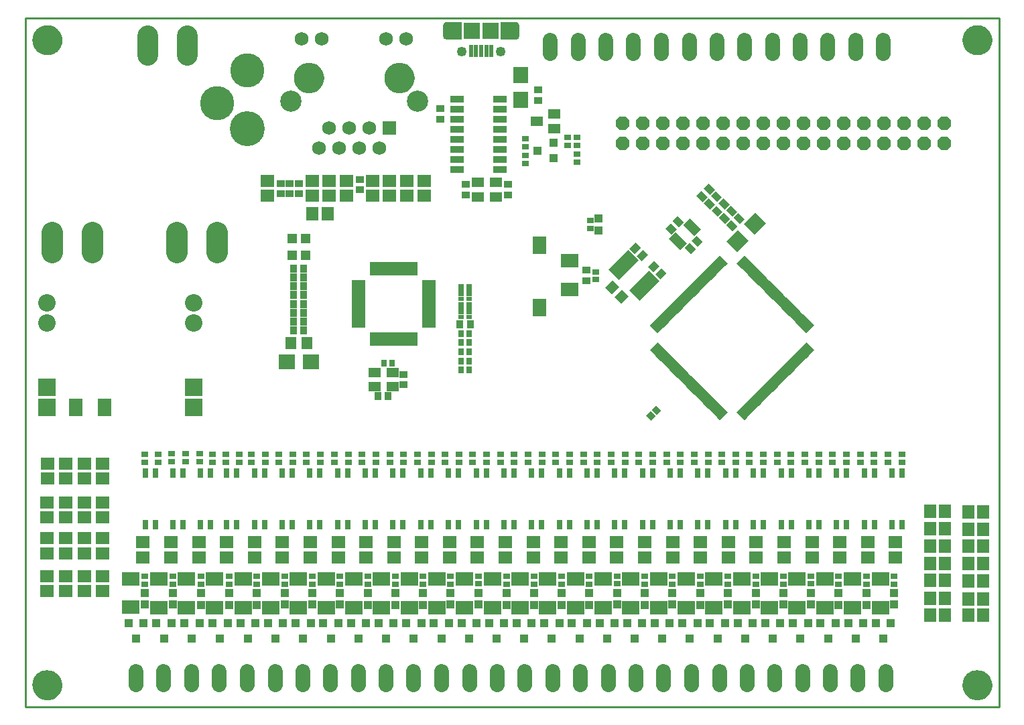
<source format=gbr>
G04 EAGLE Gerber RS-274X export*
G75*
%MOMM*%
%FSLAX34Y34*%
%LPD*%
%INSoldermask Top*%
%IPPOS*%
%AMOC8*
5,1,8,0,0,1.08239X$1,22.5*%
G01*
%ADD10C,3.703200*%
%ADD11R,2.003200X1.903200*%
%ADD12R,0.903200X1.103200*%
%ADD13R,1.103200X0.903200*%
%ADD14R,1.727200X1.727200*%
%ADD15C,1.727200*%
%ADD16C,2.679700*%
%ADD17C,3.759200*%
%ADD18R,1.403200X1.503200*%
%ADD19R,1.003200X1.003200*%
%ADD20R,1.503200X1.303200*%
%ADD21R,1.203200X1.303200*%
%ADD22R,1.703200X1.503200*%
%ADD23R,1.503200X1.703200*%
%ADD24R,0.903200X0.803200*%
%ADD25R,0.803200X0.903200*%
%ADD26R,0.703200X0.603200*%
%ADD27R,0.703200X0.503200*%
%ADD28C,2.203200*%
%ADD29R,2.203200X2.203200*%
%ADD30R,0.503200X1.703200*%
%ADD31R,1.703200X0.503200*%
%ADD32R,1.403200X0.503200*%
%ADD33R,1.903200X3.503200*%
%ADD34R,1.203200X2.003200*%
%ADD35R,1.803200X2.203200*%
%ADD36C,1.903200*%
%ADD37C,4.419200*%
%ADD38C,4.318000*%
%ADD39R,0.703200X1.203200*%
%ADD40R,1.003200X1.103200*%
%ADD41R,2.303200X1.703200*%
%ADD42R,1.703200X2.303200*%
%ADD43C,2.583200*%
%ADD44C,2.743200*%
%ADD45R,1.727200X0.838200*%
%ADD46R,2.003200X2.103200*%
%ADD47R,0.603200X1.553200*%
%ADD48C,1.253200*%
%ADD49R,1.103200X1.003200*%
%ADD50R,1.603200X1.203200*%
%ADD51R,1.903200X2.003200*%
%ADD52P,1.869504X8X202.500000*%
%ADD53C,0.254000*%

G36*
X550598Y843132D02*
X550598Y843132D01*
X550617Y843130D01*
X550719Y843152D01*
X550821Y843169D01*
X550838Y843178D01*
X550858Y843182D01*
X550947Y843235D01*
X551038Y843284D01*
X551052Y843298D01*
X551069Y843308D01*
X551136Y843387D01*
X551208Y843462D01*
X551216Y843480D01*
X551229Y843495D01*
X551268Y843591D01*
X551311Y843685D01*
X551313Y843705D01*
X551321Y843723D01*
X551339Y843890D01*
X551339Y864410D01*
X551336Y864430D01*
X551338Y864449D01*
X551316Y864551D01*
X551300Y864653D01*
X551290Y864670D01*
X551286Y864690D01*
X551233Y864779D01*
X551184Y864870D01*
X551170Y864884D01*
X551160Y864901D01*
X551081Y864968D01*
X551006Y865040D01*
X550988Y865048D01*
X550973Y865061D01*
X550877Y865100D01*
X550783Y865143D01*
X550763Y865145D01*
X550745Y865153D01*
X550578Y865171D01*
X532568Y865171D01*
X532539Y865167D01*
X532483Y865166D01*
X531535Y865060D01*
X531533Y865059D01*
X531532Y865059D01*
X531369Y865022D01*
X530468Y864707D01*
X530467Y864706D01*
X530466Y864706D01*
X530315Y864633D01*
X529507Y864125D01*
X529506Y864124D01*
X529505Y864124D01*
X529374Y864019D01*
X528699Y863344D01*
X528698Y863343D01*
X528697Y863342D01*
X528593Y863211D01*
X528085Y862403D01*
X528085Y862402D01*
X528084Y862401D01*
X528011Y862250D01*
X527696Y861349D01*
X527696Y861348D01*
X527695Y861347D01*
X527658Y861183D01*
X527552Y860235D01*
X527553Y860206D01*
X527547Y860150D01*
X527547Y848150D01*
X527551Y848121D01*
X527552Y848065D01*
X527658Y847117D01*
X527659Y847115D01*
X527659Y847114D01*
X527696Y846951D01*
X528011Y846050D01*
X528012Y846049D01*
X528012Y846048D01*
X528085Y845897D01*
X528593Y845089D01*
X528594Y845088D01*
X528594Y845087D01*
X528699Y844956D01*
X529374Y844281D01*
X529375Y844280D01*
X529376Y844279D01*
X529507Y844175D01*
X530315Y843667D01*
X530316Y843667D01*
X530317Y843666D01*
X530468Y843593D01*
X531369Y843278D01*
X531370Y843278D01*
X531371Y843277D01*
X531535Y843240D01*
X532483Y843134D01*
X532512Y843135D01*
X532568Y843129D01*
X550578Y843129D01*
X550598Y843132D01*
G37*
G36*
X619097Y843133D02*
X619097Y843133D01*
X619153Y843134D01*
X620101Y843240D01*
X620103Y843241D01*
X620104Y843241D01*
X620267Y843278D01*
X621168Y843593D01*
X621169Y843594D01*
X621170Y843594D01*
X621321Y843667D01*
X622129Y844175D01*
X622130Y844176D01*
X622131Y844176D01*
X622262Y844281D01*
X622937Y844956D01*
X622938Y844957D01*
X622939Y844958D01*
X623043Y845089D01*
X623551Y845897D01*
X623551Y845898D01*
X623552Y845899D01*
X623625Y846050D01*
X623940Y846951D01*
X623940Y846952D01*
X623941Y846953D01*
X623978Y847117D01*
X624084Y848065D01*
X624083Y848094D01*
X624089Y848150D01*
X624089Y860150D01*
X624085Y860179D01*
X624084Y860235D01*
X623978Y861183D01*
X623977Y861185D01*
X623977Y861186D01*
X623940Y861349D01*
X623625Y862250D01*
X623624Y862251D01*
X623624Y862252D01*
X623551Y862403D01*
X623043Y863211D01*
X623042Y863212D01*
X623042Y863213D01*
X622937Y863344D01*
X622262Y864019D01*
X622261Y864020D01*
X622260Y864021D01*
X622129Y864125D01*
X621321Y864633D01*
X621320Y864633D01*
X621319Y864634D01*
X621168Y864707D01*
X620267Y865022D01*
X620266Y865022D01*
X620265Y865023D01*
X620101Y865060D01*
X619153Y865166D01*
X619124Y865165D01*
X619068Y865171D01*
X601058Y865171D01*
X601038Y865168D01*
X601019Y865170D01*
X600917Y865148D01*
X600815Y865132D01*
X600798Y865122D01*
X600778Y865118D01*
X600689Y865065D01*
X600598Y865016D01*
X600584Y865002D01*
X600567Y864992D01*
X600500Y864913D01*
X600429Y864838D01*
X600420Y864820D01*
X600407Y864805D01*
X600368Y864709D01*
X600325Y864615D01*
X600323Y864595D01*
X600315Y864577D01*
X600297Y864410D01*
X600297Y843890D01*
X600300Y843870D01*
X600298Y843851D01*
X600320Y843749D01*
X600337Y843647D01*
X600346Y843630D01*
X600350Y843610D01*
X600403Y843521D01*
X600452Y843430D01*
X600466Y843416D01*
X600476Y843399D01*
X600555Y843332D01*
X600630Y843261D01*
X600648Y843252D01*
X600663Y843239D01*
X600759Y843200D01*
X600853Y843157D01*
X600873Y843155D01*
X600891Y843147D01*
X601058Y843129D01*
X619068Y843129D01*
X619097Y843133D01*
G37*
D10*
X1202368Y842518D03*
X27500Y842518D03*
X27432Y27432D03*
X1202368Y27432D03*
D11*
G36*
X885819Y588381D02*
X899983Y602545D01*
X913441Y589087D01*
X899277Y574923D01*
X885819Y588381D01*
G37*
G36*
X907739Y610301D02*
X921903Y624465D01*
X935361Y611007D01*
X921197Y596843D01*
X907739Y610301D01*
G37*
D12*
X351687Y553860D03*
X338687Y553860D03*
D13*
X334018Y648439D03*
X334018Y661439D03*
X345619Y648439D03*
X345619Y661439D03*
X322417Y648439D03*
X322417Y661439D03*
D12*
X351687Y475280D03*
X338687Y475280D03*
D13*
X422277Y653519D03*
X422277Y666519D03*
X477266Y419758D03*
X477266Y406758D03*
D12*
X445112Y392684D03*
X458112Y392684D03*
X351687Y520183D03*
X338687Y520183D03*
G36*
X870953Y634756D02*
X864567Y628370D01*
X856767Y636170D01*
X863153Y642556D01*
X870953Y634756D01*
G37*
G36*
X880145Y643948D02*
X873759Y637562D01*
X865959Y645362D01*
X872345Y651748D01*
X880145Y643948D01*
G37*
D11*
X360940Y435610D03*
X329940Y435610D03*
D12*
G36*
X880859Y625450D02*
X874473Y619064D01*
X866673Y626864D01*
X873059Y633250D01*
X880859Y625450D01*
G37*
G36*
X890051Y634642D02*
X883665Y628256D01*
X875865Y636056D01*
X882251Y642442D01*
X890051Y634642D01*
G37*
G36*
X899401Y607091D02*
X893015Y600705D01*
X885215Y608505D01*
X891601Y614891D01*
X899401Y607091D01*
G37*
G36*
X908593Y616283D02*
X902207Y609897D01*
X894407Y617697D01*
X900793Y624083D01*
X908593Y616283D01*
G37*
G36*
X890257Y616397D02*
X883871Y610011D01*
X876071Y617811D01*
X882457Y624197D01*
X890257Y616397D01*
G37*
G36*
X899449Y625590D02*
X893063Y619204D01*
X885263Y627004D01*
X891649Y633390D01*
X899449Y625590D01*
G37*
G36*
X861809Y644062D02*
X855423Y637676D01*
X847623Y645476D01*
X854009Y651862D01*
X861809Y644062D01*
G37*
G36*
X871001Y653255D02*
X864615Y646869D01*
X856815Y654669D01*
X863201Y661055D01*
X871001Y653255D01*
G37*
D13*
X708406Y538584D03*
X708406Y551584D03*
D12*
X351687Y486506D03*
X338687Y486506D03*
X351687Y497731D03*
X338687Y497731D03*
X351687Y531409D03*
X338687Y531409D03*
X351687Y508957D03*
X338687Y508957D03*
X548998Y483297D03*
X561998Y483297D03*
X351687Y542634D03*
X338687Y542634D03*
D14*
X459486Y731266D03*
D15*
X446786Y705866D03*
X434086Y731266D03*
X421386Y705866D03*
X408686Y731266D03*
X395986Y705866D03*
X383286Y731266D03*
X370586Y705866D03*
D16*
X495046Y765556D03*
X335026Y765556D03*
D15*
X348996Y844296D03*
X374396Y844296D03*
X481076Y844296D03*
X455676Y844296D03*
D17*
X472186Y794766D03*
X357886Y794766D03*
D18*
X355347Y459232D03*
X335027Y459232D03*
D19*
X723900Y617100D03*
X723900Y602100D03*
D20*
X463874Y404512D03*
X440874Y422512D03*
X440874Y404512D03*
X463874Y422512D03*
D21*
X336687Y570086D03*
X353687Y570086D03*
D22*
X503428Y645439D03*
X503428Y664439D03*
X438625Y645439D03*
X438625Y664439D03*
X405422Y645439D03*
X405422Y664439D03*
D23*
X381864Y622554D03*
X362864Y622554D03*
D24*
X713740Y614092D03*
X713740Y604092D03*
D22*
X460226Y664439D03*
X460226Y645439D03*
X481827Y664439D03*
X481827Y645439D03*
X305816Y664439D03*
X305816Y645439D03*
D25*
X550498Y437019D03*
X560498Y437019D03*
X550498Y425450D03*
X560498Y425450D03*
D21*
X353687Y591312D03*
X336687Y591312D03*
D24*
X720344Y539576D03*
X720344Y549576D03*
D22*
X383821Y664439D03*
X383821Y645439D03*
X362220Y664439D03*
X362220Y645439D03*
D25*
X560498Y448589D03*
X550498Y448589D03*
X452882Y433832D03*
X462882Y433832D03*
X560498Y460158D03*
X550498Y460158D03*
X560498Y471728D03*
X550498Y471728D03*
D26*
X550498Y531494D03*
D27*
X550498Y525994D03*
X550498Y520994D03*
D26*
X550498Y515494D03*
X560498Y515494D03*
D27*
X560498Y520994D03*
X560498Y525994D03*
D26*
X560498Y531494D03*
X550498Y508806D03*
D27*
X550498Y503306D03*
X550498Y498306D03*
D26*
X550498Y492806D03*
X560498Y492806D03*
D27*
X560498Y498306D03*
X560498Y503306D03*
D26*
X560498Y508806D03*
D28*
X26924Y510286D03*
D29*
X26924Y378206D03*
D28*
X212344Y510286D03*
X26924Y484886D03*
X212344Y484886D03*
D29*
X26924Y403606D03*
X212344Y378206D03*
X212344Y403606D03*
D30*
X493082Y553770D03*
X488082Y553770D03*
X483082Y553770D03*
X478082Y553770D03*
X473082Y553770D03*
X468082Y553770D03*
X463082Y553770D03*
X458082Y553770D03*
X453082Y553770D03*
X448082Y553770D03*
X443082Y553770D03*
X438082Y553770D03*
D31*
X421082Y536770D03*
X421082Y531770D03*
X421082Y526770D03*
X421082Y521770D03*
X421082Y516770D03*
X421082Y511770D03*
X421082Y506770D03*
X421082Y501770D03*
X421082Y496770D03*
X421082Y491770D03*
X421082Y486770D03*
X421082Y481770D03*
D30*
X438082Y464770D03*
X443082Y464770D03*
X448082Y464770D03*
X453082Y464770D03*
X458082Y464770D03*
X463082Y464770D03*
X468082Y464770D03*
X473082Y464770D03*
X478082Y464770D03*
X483082Y464770D03*
X488082Y464770D03*
X493082Y464770D03*
D31*
X510082Y481770D03*
X510082Y486770D03*
X510082Y491770D03*
X510082Y496770D03*
X510082Y501770D03*
X510082Y506770D03*
X510082Y511770D03*
X510082Y516770D03*
X510082Y521770D03*
X510082Y526770D03*
X510082Y531770D03*
X510082Y536770D03*
D32*
G36*
X883617Y556831D02*
X873696Y566752D01*
X877255Y570311D01*
X887176Y560390D01*
X883617Y556831D01*
G37*
G36*
X880081Y553296D02*
X870160Y563217D01*
X873719Y566776D01*
X883640Y556855D01*
X880081Y553296D01*
G37*
G36*
X876546Y549760D02*
X866625Y559681D01*
X870184Y563240D01*
X880105Y553319D01*
X876546Y549760D01*
G37*
G36*
X873010Y546225D02*
X863089Y556146D01*
X866648Y559705D01*
X876569Y549784D01*
X873010Y546225D01*
G37*
G36*
X869474Y542689D02*
X859553Y552610D01*
X863112Y556169D01*
X873033Y546248D01*
X869474Y542689D01*
G37*
G36*
X865939Y539154D02*
X856018Y549075D01*
X859577Y552634D01*
X869498Y542713D01*
X865939Y539154D01*
G37*
G36*
X862403Y535618D02*
X852482Y545539D01*
X856041Y549098D01*
X865962Y539177D01*
X862403Y535618D01*
G37*
G36*
X858868Y532082D02*
X848947Y542003D01*
X852506Y545562D01*
X862427Y535641D01*
X858868Y532082D01*
G37*
G36*
X855332Y528547D02*
X845411Y538468D01*
X848970Y542027D01*
X858891Y532106D01*
X855332Y528547D01*
G37*
G36*
X851797Y525011D02*
X841876Y534932D01*
X845435Y538491D01*
X855356Y528570D01*
X851797Y525011D01*
G37*
G36*
X848261Y521476D02*
X838340Y531397D01*
X841899Y534956D01*
X851820Y525035D01*
X848261Y521476D01*
G37*
G36*
X844726Y517940D02*
X834805Y527861D01*
X838364Y531420D01*
X848285Y521499D01*
X844726Y517940D01*
G37*
G36*
X841190Y514405D02*
X831269Y524326D01*
X834828Y527885D01*
X844749Y517964D01*
X841190Y514405D01*
G37*
G36*
X837655Y510869D02*
X827734Y520790D01*
X831293Y524349D01*
X841214Y514428D01*
X837655Y510869D01*
G37*
G36*
X834119Y507334D02*
X824198Y517255D01*
X827757Y520814D01*
X837678Y510893D01*
X834119Y507334D01*
G37*
G36*
X830584Y503798D02*
X820663Y513719D01*
X824222Y517278D01*
X834143Y507357D01*
X830584Y503798D01*
G37*
G36*
X827048Y500263D02*
X817127Y510184D01*
X820686Y513743D01*
X830607Y503822D01*
X827048Y500263D01*
G37*
G36*
X823513Y496727D02*
X813592Y506648D01*
X817151Y510207D01*
X827072Y500286D01*
X823513Y496727D01*
G37*
G36*
X819977Y493192D02*
X810056Y503113D01*
X813615Y506672D01*
X823536Y496751D01*
X819977Y493192D01*
G37*
G36*
X816441Y489656D02*
X806520Y499577D01*
X810079Y503136D01*
X820000Y493215D01*
X816441Y489656D01*
G37*
G36*
X812906Y486121D02*
X802985Y496042D01*
X806544Y499601D01*
X816465Y489680D01*
X812906Y486121D01*
G37*
G36*
X809370Y482585D02*
X799449Y492506D01*
X803008Y496065D01*
X812929Y486144D01*
X809370Y482585D01*
G37*
G36*
X805835Y479049D02*
X795914Y488970D01*
X799473Y492529D01*
X809394Y482608D01*
X805835Y479049D01*
G37*
G36*
X802299Y475514D02*
X792378Y485435D01*
X795937Y488994D01*
X805858Y479073D01*
X802299Y475514D01*
G37*
G36*
X798764Y471978D02*
X788843Y481899D01*
X792402Y485458D01*
X802323Y475537D01*
X798764Y471978D01*
G37*
G36*
X802323Y457151D02*
X792402Y447230D01*
X788843Y450789D01*
X798764Y460710D01*
X802323Y457151D01*
G37*
G36*
X805858Y453615D02*
X795937Y443694D01*
X792378Y447253D01*
X802299Y457174D01*
X805858Y453615D01*
G37*
G36*
X809394Y450080D02*
X799473Y440159D01*
X795914Y443718D01*
X805835Y453639D01*
X809394Y450080D01*
G37*
G36*
X812929Y446544D02*
X803008Y436623D01*
X799449Y440182D01*
X809370Y450103D01*
X812929Y446544D01*
G37*
G36*
X816465Y443008D02*
X806544Y433087D01*
X802985Y436646D01*
X812906Y446567D01*
X816465Y443008D01*
G37*
G36*
X820000Y439473D02*
X810079Y429552D01*
X806520Y433111D01*
X816441Y443032D01*
X820000Y439473D01*
G37*
G36*
X823536Y435937D02*
X813615Y426016D01*
X810056Y429575D01*
X819977Y439496D01*
X823536Y435937D01*
G37*
G36*
X827072Y432402D02*
X817151Y422481D01*
X813592Y426040D01*
X823513Y435961D01*
X827072Y432402D01*
G37*
G36*
X830607Y428866D02*
X820686Y418945D01*
X817127Y422504D01*
X827048Y432425D01*
X830607Y428866D01*
G37*
G36*
X834143Y425331D02*
X824222Y415410D01*
X820663Y418969D01*
X830584Y428890D01*
X834143Y425331D01*
G37*
G36*
X837678Y421795D02*
X827757Y411874D01*
X824198Y415433D01*
X834119Y425354D01*
X837678Y421795D01*
G37*
G36*
X841214Y418260D02*
X831293Y408339D01*
X827734Y411898D01*
X837655Y421819D01*
X841214Y418260D01*
G37*
G36*
X844749Y414724D02*
X834828Y404803D01*
X831269Y408362D01*
X841190Y418283D01*
X844749Y414724D01*
G37*
G36*
X848285Y411189D02*
X838364Y401268D01*
X834805Y404827D01*
X844726Y414748D01*
X848285Y411189D01*
G37*
G36*
X851820Y407653D02*
X841899Y397732D01*
X838340Y401291D01*
X848261Y411212D01*
X851820Y407653D01*
G37*
G36*
X855356Y404118D02*
X845435Y394197D01*
X841876Y397756D01*
X851797Y407677D01*
X855356Y404118D01*
G37*
G36*
X858891Y400582D02*
X848970Y390661D01*
X845411Y394220D01*
X855332Y404141D01*
X858891Y400582D01*
G37*
G36*
X862427Y397047D02*
X852506Y387126D01*
X848947Y390685D01*
X858868Y400606D01*
X862427Y397047D01*
G37*
G36*
X865962Y393511D02*
X856041Y383590D01*
X852482Y387149D01*
X862403Y397070D01*
X865962Y393511D01*
G37*
G36*
X869498Y389975D02*
X859577Y380054D01*
X856018Y383613D01*
X865939Y393534D01*
X869498Y389975D01*
G37*
G36*
X873033Y386440D02*
X863112Y376519D01*
X859553Y380078D01*
X869474Y389999D01*
X873033Y386440D01*
G37*
G36*
X876569Y382904D02*
X866648Y372983D01*
X863089Y376542D01*
X873010Y386463D01*
X876569Y382904D01*
G37*
G36*
X880105Y379369D02*
X870184Y369448D01*
X866625Y373007D01*
X876546Y382928D01*
X880105Y379369D01*
G37*
G36*
X883640Y375833D02*
X873719Y365912D01*
X870160Y369471D01*
X880081Y379392D01*
X883640Y375833D01*
G37*
G36*
X887176Y372298D02*
X877255Y362377D01*
X873696Y365936D01*
X883617Y375857D01*
X887176Y372298D01*
G37*
G36*
X902003Y375857D02*
X911924Y365936D01*
X908365Y362377D01*
X898444Y372298D01*
X902003Y375857D01*
G37*
G36*
X905539Y379392D02*
X915460Y369471D01*
X911901Y365912D01*
X901980Y375833D01*
X905539Y379392D01*
G37*
G36*
X909074Y382928D02*
X918995Y373007D01*
X915436Y369448D01*
X905515Y379369D01*
X909074Y382928D01*
G37*
G36*
X912610Y386463D02*
X922531Y376542D01*
X918972Y372983D01*
X909051Y382904D01*
X912610Y386463D01*
G37*
G36*
X916146Y389999D02*
X926067Y380078D01*
X922508Y376519D01*
X912587Y386440D01*
X916146Y389999D01*
G37*
G36*
X919681Y393534D02*
X929602Y383613D01*
X926043Y380054D01*
X916122Y389975D01*
X919681Y393534D01*
G37*
G36*
X923217Y397070D02*
X933138Y387149D01*
X929579Y383590D01*
X919658Y393511D01*
X923217Y397070D01*
G37*
G36*
X926752Y400606D02*
X936673Y390685D01*
X933114Y387126D01*
X923193Y397047D01*
X926752Y400606D01*
G37*
G36*
X930288Y404141D02*
X940209Y394220D01*
X936650Y390661D01*
X926729Y400582D01*
X930288Y404141D01*
G37*
G36*
X933823Y407677D02*
X943744Y397756D01*
X940185Y394197D01*
X930264Y404118D01*
X933823Y407677D01*
G37*
G36*
X937359Y411212D02*
X947280Y401291D01*
X943721Y397732D01*
X933800Y407653D01*
X937359Y411212D01*
G37*
G36*
X940894Y414748D02*
X950815Y404827D01*
X947256Y401268D01*
X937335Y411189D01*
X940894Y414748D01*
G37*
G36*
X944430Y418283D02*
X954351Y408362D01*
X950792Y404803D01*
X940871Y414724D01*
X944430Y418283D01*
G37*
G36*
X947965Y421819D02*
X957886Y411898D01*
X954327Y408339D01*
X944406Y418260D01*
X947965Y421819D01*
G37*
G36*
X951501Y425354D02*
X961422Y415433D01*
X957863Y411874D01*
X947942Y421795D01*
X951501Y425354D01*
G37*
G36*
X955036Y428890D02*
X964957Y418969D01*
X961398Y415410D01*
X951477Y425331D01*
X955036Y428890D01*
G37*
G36*
X958572Y432425D02*
X968493Y422504D01*
X964934Y418945D01*
X955013Y428866D01*
X958572Y432425D01*
G37*
G36*
X962107Y435961D02*
X972028Y426040D01*
X968469Y422481D01*
X958548Y432402D01*
X962107Y435961D01*
G37*
G36*
X965643Y439496D02*
X975564Y429575D01*
X972005Y426016D01*
X962084Y435937D01*
X965643Y439496D01*
G37*
G36*
X969179Y443032D02*
X979100Y433111D01*
X975541Y429552D01*
X965620Y439473D01*
X969179Y443032D01*
G37*
G36*
X972714Y446567D02*
X982635Y436646D01*
X979076Y433087D01*
X969155Y443008D01*
X972714Y446567D01*
G37*
G36*
X976250Y450103D02*
X986171Y440182D01*
X982612Y436623D01*
X972691Y446544D01*
X976250Y450103D01*
G37*
G36*
X979785Y453639D02*
X989706Y443718D01*
X986147Y440159D01*
X976226Y450080D01*
X979785Y453639D01*
G37*
G36*
X983321Y457174D02*
X993242Y447253D01*
X989683Y443694D01*
X979762Y453615D01*
X983321Y457174D01*
G37*
G36*
X986856Y460710D02*
X996777Y450789D01*
X993218Y447230D01*
X983297Y457151D01*
X986856Y460710D01*
G37*
G36*
X983297Y475537D02*
X993218Y485458D01*
X996777Y481899D01*
X986856Y471978D01*
X983297Y475537D01*
G37*
G36*
X979762Y479073D02*
X989683Y488994D01*
X993242Y485435D01*
X983321Y475514D01*
X979762Y479073D01*
G37*
G36*
X976226Y482608D02*
X986147Y492529D01*
X989706Y488970D01*
X979785Y479049D01*
X976226Y482608D01*
G37*
G36*
X972691Y486144D02*
X982612Y496065D01*
X986171Y492506D01*
X976250Y482585D01*
X972691Y486144D01*
G37*
G36*
X969155Y489680D02*
X979076Y499601D01*
X982635Y496042D01*
X972714Y486121D01*
X969155Y489680D01*
G37*
G36*
X965620Y493215D02*
X975541Y503136D01*
X979100Y499577D01*
X969179Y489656D01*
X965620Y493215D01*
G37*
G36*
X962084Y496751D02*
X972005Y506672D01*
X975564Y503113D01*
X965643Y493192D01*
X962084Y496751D01*
G37*
G36*
X958548Y500286D02*
X968469Y510207D01*
X972028Y506648D01*
X962107Y496727D01*
X958548Y500286D01*
G37*
G36*
X955013Y503822D02*
X964934Y513743D01*
X968493Y510184D01*
X958572Y500263D01*
X955013Y503822D01*
G37*
G36*
X951477Y507357D02*
X961398Y517278D01*
X964957Y513719D01*
X955036Y503798D01*
X951477Y507357D01*
G37*
G36*
X947942Y510893D02*
X957863Y520814D01*
X961422Y517255D01*
X951501Y507334D01*
X947942Y510893D01*
G37*
G36*
X944406Y514428D02*
X954327Y524349D01*
X957886Y520790D01*
X947965Y510869D01*
X944406Y514428D01*
G37*
G36*
X940871Y517964D02*
X950792Y527885D01*
X954351Y524326D01*
X944430Y514405D01*
X940871Y517964D01*
G37*
G36*
X937335Y521499D02*
X947256Y531420D01*
X950815Y527861D01*
X940894Y517940D01*
X937335Y521499D01*
G37*
G36*
X933800Y525035D02*
X943721Y534956D01*
X947280Y531397D01*
X937359Y521476D01*
X933800Y525035D01*
G37*
G36*
X930264Y528570D02*
X940185Y538491D01*
X943744Y534932D01*
X933823Y525011D01*
X930264Y528570D01*
G37*
G36*
X926729Y532106D02*
X936650Y542027D01*
X940209Y538468D01*
X930288Y528547D01*
X926729Y532106D01*
G37*
G36*
X923193Y535641D02*
X933114Y545562D01*
X936673Y542003D01*
X926752Y532082D01*
X923193Y535641D01*
G37*
G36*
X919658Y539177D02*
X929579Y549098D01*
X933138Y545539D01*
X923217Y535618D01*
X919658Y539177D01*
G37*
G36*
X916122Y542713D02*
X926043Y552634D01*
X929602Y549075D01*
X919681Y539154D01*
X916122Y542713D01*
G37*
G36*
X912587Y546248D02*
X922508Y556169D01*
X926067Y552610D01*
X916146Y542689D01*
X912587Y546248D01*
G37*
G36*
X909051Y549784D02*
X918972Y559705D01*
X922531Y556146D01*
X912610Y546225D01*
X909051Y549784D01*
G37*
G36*
X905515Y553319D02*
X915436Y563240D01*
X918995Y559681D01*
X909074Y549760D01*
X905515Y553319D01*
G37*
G36*
X901980Y556855D02*
X911901Y566776D01*
X915460Y563217D01*
X905539Y553296D01*
X901980Y556855D01*
G37*
G36*
X898444Y560390D02*
X908365Y570311D01*
X911924Y566752D01*
X902003Y556831D01*
X898444Y560390D01*
G37*
D33*
G36*
X787849Y551371D02*
X801307Y537913D01*
X776537Y513143D01*
X763079Y526601D01*
X787849Y551371D01*
G37*
G36*
X761687Y577533D02*
X775145Y564075D01*
X750375Y539305D01*
X736917Y552763D01*
X761687Y577533D01*
G37*
D12*
G36*
X769651Y572305D02*
X763265Y578691D01*
X771065Y586491D01*
X777451Y580105D01*
X769651Y572305D01*
G37*
G36*
X778843Y563113D02*
X772457Y569499D01*
X780257Y577299D01*
X786643Y570913D01*
X778843Y563113D01*
G37*
G36*
X803625Y554185D02*
X810011Y547799D01*
X802211Y539999D01*
X795825Y546385D01*
X803625Y554185D01*
G37*
G36*
X794433Y563377D02*
X800819Y556991D01*
X793019Y549191D01*
X786633Y555577D01*
X794433Y563377D01*
G37*
D21*
G36*
X741159Y521151D02*
X732651Y529659D01*
X741865Y538873D01*
X750373Y530365D01*
X741159Y521151D01*
G37*
G36*
X753179Y509131D02*
X744671Y517639D01*
X753885Y526853D01*
X762393Y518345D01*
X753179Y509131D01*
G37*
D34*
G36*
X835617Y585487D02*
X827109Y576979D01*
X812945Y591143D01*
X821453Y599651D01*
X835617Y585487D01*
G37*
G36*
X853295Y603165D02*
X844787Y594657D01*
X830623Y608821D01*
X839131Y617329D01*
X853295Y603165D01*
G37*
D12*
G36*
X841799Y588995D02*
X848185Y595381D01*
X855985Y587581D01*
X849599Y581195D01*
X841799Y588995D01*
G37*
G36*
X832607Y579803D02*
X838993Y586189D01*
X846793Y578389D01*
X840407Y572003D01*
X832607Y579803D01*
G37*
G36*
X822917Y603027D02*
X816531Y596641D01*
X808731Y604441D01*
X815117Y610827D01*
X822917Y603027D01*
G37*
G36*
X832109Y612219D02*
X825723Y605833D01*
X817923Y613633D01*
X824309Y620019D01*
X832109Y612219D01*
G37*
D35*
X649732Y583514D03*
X649732Y504114D03*
D36*
X280598Y44838D02*
X280598Y27838D01*
X315598Y27838D02*
X315598Y44838D01*
X350598Y44838D02*
X350598Y27838D01*
X385598Y27838D02*
X385598Y44838D01*
X420598Y44838D02*
X420598Y27838D01*
X455598Y27838D02*
X455598Y44838D01*
X490598Y44838D02*
X490598Y27838D01*
X525598Y27838D02*
X525598Y44838D01*
X561268Y44838D02*
X561268Y27838D01*
X596268Y27838D02*
X596268Y44838D01*
X631268Y44838D02*
X631268Y27838D01*
X666268Y27838D02*
X666268Y44838D01*
X701268Y44838D02*
X701268Y27838D01*
X736268Y27838D02*
X736268Y44838D01*
X771268Y44838D02*
X771268Y27838D01*
X806268Y27838D02*
X806268Y44838D01*
X841938Y44838D02*
X841938Y27838D01*
X876938Y27838D02*
X876938Y44838D01*
X911938Y44838D02*
X911938Y27838D01*
X946938Y27838D02*
X946938Y44838D01*
X981938Y44838D02*
X981938Y27838D01*
X1016938Y27838D02*
X1016938Y44838D01*
X1051938Y44838D02*
X1051938Y27838D01*
X1086938Y27838D02*
X1086938Y44838D01*
D37*
X280162Y730664D03*
D38*
X279908Y803872D03*
X242546Y762442D03*
D24*
X285496Y318944D03*
X285496Y308944D03*
D39*
X302006Y294909D03*
X289306Y294909D03*
X289306Y230109D03*
X302006Y230109D03*
D40*
X290678Y105758D03*
X271678Y105758D03*
X281178Y85758D03*
D22*
X289438Y207747D03*
X289438Y188747D03*
D41*
X274828Y125219D03*
X274828Y161219D03*
D22*
X27940Y307315D03*
X27940Y288315D03*
X27432Y238976D03*
X27432Y257976D03*
X50546Y146075D03*
X50546Y165075D03*
D23*
X1210349Y202692D03*
X1191349Y202692D03*
X1210349Y224536D03*
X1191349Y224536D03*
X1143089Y203200D03*
X1162089Y203200D03*
X1143089Y246888D03*
X1162089Y246888D03*
D22*
X50885Y212764D03*
X50885Y193764D03*
X50885Y238976D03*
X50885Y257976D03*
D23*
X1210349Y246380D03*
X1191349Y246380D03*
D22*
X26924Y146075D03*
X26924Y165075D03*
D23*
X1210349Y180848D03*
X1191349Y180848D03*
X1143089Y181356D03*
X1162089Y181356D03*
X1143089Y225044D03*
X1162089Y225044D03*
D22*
X27432Y212764D03*
X27432Y193764D03*
X51224Y307315D03*
X51224Y288315D03*
D24*
X320461Y318944D03*
X320461Y308944D03*
D39*
X337028Y294909D03*
X324328Y294909D03*
X324328Y230109D03*
X337028Y230109D03*
D40*
X325575Y105758D03*
X306575Y105758D03*
X316075Y85758D03*
D22*
X324650Y207747D03*
X324650Y188747D03*
D41*
X309836Y125219D03*
X309836Y161219D03*
D24*
X354503Y318690D03*
X354503Y308690D03*
D39*
X372049Y294909D03*
X359349Y294909D03*
X359349Y230109D03*
X372049Y230109D03*
D40*
X360473Y105758D03*
X341473Y105758D03*
X350973Y85758D03*
D22*
X359861Y207747D03*
X359861Y188747D03*
D41*
X344844Y125219D03*
X344844Y161219D03*
D24*
X390392Y318944D03*
X390392Y308944D03*
D39*
X407071Y294909D03*
X394371Y294909D03*
X394371Y230109D03*
X407071Y230109D03*
D40*
X395370Y105758D03*
X376370Y105758D03*
X385870Y85758D03*
D22*
X395073Y207747D03*
X395073Y188747D03*
D41*
X379851Y125219D03*
X379851Y161219D03*
D24*
X425358Y318944D03*
X425358Y308944D03*
D39*
X442092Y294909D03*
X429392Y294909D03*
X429392Y230109D03*
X442092Y230109D03*
D40*
X430268Y105758D03*
X411268Y105758D03*
X420768Y85758D03*
D22*
X430285Y207747D03*
X430285Y188747D03*
D41*
X414859Y125219D03*
X414859Y161219D03*
D24*
X460323Y318944D03*
X460323Y308944D03*
D39*
X477114Y294909D03*
X464414Y294909D03*
X464414Y230109D03*
X477114Y230109D03*
D40*
X465165Y105758D03*
X446165Y105758D03*
X455665Y85758D03*
D22*
X465497Y207747D03*
X465497Y188747D03*
D41*
X449867Y125219D03*
X449867Y161219D03*
D24*
X495289Y318944D03*
X495289Y308944D03*
D39*
X512136Y294909D03*
X499436Y294909D03*
X499436Y230109D03*
X512136Y230109D03*
D40*
X500062Y105758D03*
X481062Y105758D03*
X490562Y85758D03*
D22*
X500709Y207747D03*
X500709Y188747D03*
D41*
X484875Y125219D03*
X484875Y161219D03*
D24*
X530254Y318944D03*
X530254Y308944D03*
D39*
X547157Y294909D03*
X534457Y294909D03*
X534457Y230109D03*
X547157Y230109D03*
D40*
X534960Y105758D03*
X515960Y105758D03*
X525460Y85758D03*
D22*
X535921Y207747D03*
X535921Y188747D03*
D41*
X519883Y125219D03*
X519883Y161219D03*
D24*
X565220Y318944D03*
X565220Y308944D03*
D39*
X582179Y294909D03*
X569479Y294909D03*
X569479Y230109D03*
X582179Y230109D03*
D40*
X569857Y105758D03*
X550857Y105758D03*
X560357Y85758D03*
D22*
X571133Y207747D03*
X571133Y188747D03*
D41*
X554891Y125219D03*
X554891Y161219D03*
D24*
X600185Y318944D03*
X600185Y308944D03*
D39*
X617200Y294909D03*
X604500Y294909D03*
X604500Y230109D03*
X617200Y230109D03*
D40*
X604755Y105758D03*
X585755Y105758D03*
X595255Y85758D03*
D22*
X606345Y207747D03*
X606345Y188747D03*
D41*
X589898Y125219D03*
X589898Y161219D03*
D24*
X635150Y318944D03*
X635150Y308944D03*
D39*
X652222Y294909D03*
X639522Y294909D03*
X639522Y230109D03*
X652222Y230109D03*
D40*
X639652Y105758D03*
X620652Y105758D03*
X630152Y85758D03*
D22*
X641557Y207747D03*
X641557Y188747D03*
D41*
X624906Y125219D03*
X624906Y161219D03*
D24*
X670116Y318944D03*
X670116Y308944D03*
D39*
X687244Y294909D03*
X674544Y294909D03*
X674544Y230109D03*
X687244Y230109D03*
D40*
X674549Y105758D03*
X655549Y105758D03*
X665049Y85758D03*
D22*
X676769Y207747D03*
X676769Y188747D03*
D41*
X659914Y125219D03*
X659914Y161219D03*
D24*
X705081Y318944D03*
X705081Y308944D03*
D39*
X722265Y294909D03*
X709565Y294909D03*
X709565Y230109D03*
X722265Y230109D03*
D40*
X709447Y105758D03*
X690447Y105758D03*
X699947Y85758D03*
D22*
X711981Y207747D03*
X711981Y188747D03*
D41*
X694922Y125219D03*
X694922Y161219D03*
D24*
X740047Y318944D03*
X740047Y308944D03*
D39*
X757287Y294909D03*
X744587Y294909D03*
X744587Y230109D03*
X757287Y230109D03*
D40*
X744344Y105758D03*
X725344Y105758D03*
X734844Y85758D03*
D22*
X747192Y207747D03*
X747192Y188747D03*
D41*
X729930Y125219D03*
X729930Y161219D03*
D24*
X775012Y318944D03*
X775012Y308944D03*
D39*
X792308Y294909D03*
X779608Y294909D03*
X779608Y230109D03*
X792308Y230109D03*
D40*
X779242Y105758D03*
X760242Y105758D03*
X769742Y85758D03*
D22*
X782404Y207747D03*
X782404Y188747D03*
D41*
X764937Y125219D03*
X764937Y161219D03*
D24*
X809978Y318944D03*
X809978Y308944D03*
D39*
X827330Y294909D03*
X814630Y294909D03*
X814630Y230109D03*
X827330Y230109D03*
D40*
X814139Y105758D03*
X795139Y105758D03*
X804639Y85758D03*
D22*
X817616Y207747D03*
X817616Y188747D03*
D41*
X799945Y125219D03*
X799945Y161219D03*
D24*
X844943Y318944D03*
X844943Y308944D03*
D39*
X862352Y294909D03*
X849652Y294909D03*
X849652Y230109D03*
X862352Y230109D03*
D40*
X849037Y105758D03*
X830037Y105758D03*
X839537Y85758D03*
D22*
X852828Y207747D03*
X852828Y188747D03*
D41*
X834953Y125219D03*
X834953Y161219D03*
D24*
X879908Y318944D03*
X879908Y308944D03*
D39*
X897373Y294909D03*
X884673Y294909D03*
X884673Y230109D03*
X897373Y230109D03*
D40*
X883934Y105758D03*
X864934Y105758D03*
X874434Y85758D03*
D22*
X888040Y207747D03*
X888040Y188747D03*
D41*
X869961Y125219D03*
X869961Y161219D03*
D24*
X914874Y318944D03*
X914874Y308944D03*
D39*
X932395Y294909D03*
X919695Y294909D03*
X919695Y230109D03*
X932395Y230109D03*
D40*
X918831Y105758D03*
X899831Y105758D03*
X909331Y85758D03*
D22*
X923252Y207747D03*
X923252Y188747D03*
D41*
X904969Y125219D03*
X904969Y161219D03*
D24*
X949839Y318944D03*
X949839Y308944D03*
D39*
X967416Y294909D03*
X954716Y294909D03*
X954716Y230109D03*
X967416Y230109D03*
D40*
X953729Y105758D03*
X934729Y105758D03*
X944229Y85758D03*
D22*
X958464Y207747D03*
X958464Y188747D03*
D41*
X939976Y125219D03*
X939976Y161219D03*
D24*
X984805Y318944D03*
X984805Y308944D03*
D39*
X1002438Y294909D03*
X989738Y294909D03*
X989738Y230109D03*
X1002438Y230109D03*
D40*
X988626Y105758D03*
X969626Y105758D03*
X979126Y85758D03*
D22*
X993676Y207747D03*
X993676Y188747D03*
D41*
X974984Y125219D03*
X974984Y161219D03*
D24*
X1019770Y318944D03*
X1019770Y308944D03*
D39*
X1037459Y294909D03*
X1024759Y294909D03*
X1024759Y230109D03*
X1037459Y230109D03*
D40*
X1023524Y105758D03*
X1004524Y105758D03*
X1014024Y85758D03*
D22*
X1028888Y207747D03*
X1028888Y188747D03*
D41*
X1009992Y125219D03*
X1009992Y161219D03*
D24*
X1054736Y318944D03*
X1054736Y308944D03*
D39*
X1072481Y294909D03*
X1059781Y294909D03*
X1059781Y230109D03*
X1072481Y230109D03*
D40*
X1058421Y105758D03*
X1039421Y105758D03*
X1048921Y85758D03*
D22*
X1064100Y207747D03*
X1064100Y188747D03*
D41*
X1045000Y125219D03*
X1045000Y161219D03*
D24*
X1089701Y318944D03*
X1089701Y308944D03*
D39*
X1107503Y294909D03*
X1094803Y294909D03*
X1094803Y230109D03*
X1107503Y230109D03*
D40*
X1093318Y105758D03*
X1074318Y105758D03*
X1083818Y85758D03*
D22*
X1099311Y207747D03*
X1099311Y188747D03*
D41*
X1080008Y125219D03*
X1080008Y161219D03*
D42*
X99788Y378206D03*
X63788Y378206D03*
D24*
X302979Y308944D03*
X302979Y318944D03*
X337944Y308944D03*
X337944Y318944D03*
X372910Y308944D03*
X372910Y318944D03*
X407875Y308944D03*
X407875Y318944D03*
X442840Y308944D03*
X442840Y318944D03*
X477806Y308944D03*
X477806Y318944D03*
X512771Y308944D03*
X512771Y318944D03*
X547737Y308944D03*
X547737Y318944D03*
X582702Y308944D03*
X582702Y318944D03*
X617668Y308944D03*
X617668Y318944D03*
X652633Y308944D03*
X652633Y318944D03*
X687599Y308944D03*
X687599Y318944D03*
X722564Y308944D03*
X722564Y318944D03*
X757529Y308944D03*
X757529Y318944D03*
X792495Y308944D03*
X792495Y318944D03*
X827460Y308944D03*
X827460Y318944D03*
X862426Y308944D03*
X862426Y318944D03*
X897391Y308944D03*
X897391Y318944D03*
X932357Y308944D03*
X932357Y318944D03*
X967322Y308944D03*
X967322Y318944D03*
X1002287Y308944D03*
X1002287Y318944D03*
X1037253Y308944D03*
X1037253Y318944D03*
X1072218Y308944D03*
X1072218Y318944D03*
X1107184Y308944D03*
X1107184Y318944D03*
D36*
X1083843Y825366D02*
X1083843Y842366D01*
X1048843Y842366D02*
X1048843Y825366D01*
X1013843Y825366D02*
X1013843Y842366D01*
X978843Y842366D02*
X978843Y825366D01*
X943843Y825366D02*
X943843Y842366D01*
X908843Y842366D02*
X908843Y825366D01*
X873843Y825366D02*
X873843Y842366D01*
X838843Y842366D02*
X838843Y825366D01*
X803843Y825366D02*
X803843Y842366D01*
D43*
X154070Y847742D02*
X154070Y823942D01*
X204070Y823942D02*
X204070Y847742D01*
D44*
X242062Y599186D02*
X242062Y573786D01*
X33782Y573786D02*
X33782Y599186D01*
X84582Y599186D02*
X84582Y573786D01*
X191262Y573786D02*
X191262Y599186D01*
D45*
X545312Y754634D03*
X599212Y729234D03*
X545312Y767334D03*
X545312Y741934D03*
X545312Y729234D03*
X599212Y741934D03*
X599212Y716534D03*
X599212Y703834D03*
X545312Y703834D03*
X599212Y678434D03*
X545312Y716534D03*
X545312Y691134D03*
X599212Y691134D03*
X545312Y678434D03*
X599212Y754634D03*
X599212Y767334D03*
D46*
X587318Y854150D03*
X564318Y854150D03*
D47*
X588818Y828400D03*
X582318Y828400D03*
X575818Y828400D03*
X569318Y828400D03*
X562818Y828400D03*
D48*
X551568Y827650D03*
X600068Y827650D03*
D49*
X667162Y693318D03*
X667162Y712318D03*
X647162Y702818D03*
D50*
X646162Y739648D03*
X668162Y749148D03*
X668162Y730148D03*
D51*
X625856Y797820D03*
X625856Y766820D03*
D13*
X647700Y766422D03*
X647700Y779422D03*
X523748Y755546D03*
X523748Y742546D03*
D20*
X571680Y662415D03*
X594680Y644415D03*
X594680Y662415D03*
X571680Y644415D03*
D13*
X609854Y659915D03*
X609854Y646915D03*
X556006Y646915D03*
X556006Y659915D03*
D24*
X631444Y707978D03*
X631444Y717978D03*
X684784Y719502D03*
X684784Y709502D03*
X696468Y709502D03*
X696468Y719502D03*
X631698Y696388D03*
X631698Y686388D03*
D41*
X687324Y527338D03*
X687324Y563338D03*
D36*
X768272Y825366D02*
X768272Y842366D01*
X733272Y842366D02*
X733272Y825366D01*
X698272Y825366D02*
X698272Y842366D01*
X663272Y842366D02*
X663272Y825366D01*
D24*
X696468Y698420D03*
X696468Y688420D03*
D25*
G36*
X790999Y374983D02*
X796679Y380663D01*
X803065Y374277D01*
X797385Y368597D01*
X790999Y374983D01*
G37*
G36*
X783927Y367911D02*
X789607Y373591D01*
X795993Y367205D01*
X790313Y361525D01*
X783927Y367911D01*
G37*
D36*
X139778Y44838D02*
X139778Y27838D01*
X174778Y27838D02*
X174778Y44838D01*
X209778Y44838D02*
X209778Y27838D01*
X244778Y27838D02*
X244778Y44838D01*
D24*
X150368Y319198D03*
X150368Y309198D03*
D39*
X164338Y295036D03*
X151638Y295036D03*
X151638Y230236D03*
X164338Y230236D03*
D40*
X149200Y106012D03*
X130200Y106012D03*
X139700Y86012D03*
D22*
X148590Y207747D03*
X148590Y188747D03*
D41*
X132842Y125510D03*
X132842Y161510D03*
D24*
X167640Y309198D03*
X167640Y319198D03*
X184912Y319452D03*
X184912Y309452D03*
D39*
X198628Y295036D03*
X185928Y295036D03*
X185928Y230236D03*
X198628Y230236D03*
D40*
X184506Y106012D03*
X165506Y106012D03*
X175006Y86012D03*
D22*
X183802Y207747D03*
X183802Y188747D03*
D41*
X168148Y125256D03*
X168148Y161256D03*
D24*
X202184Y309452D03*
X202184Y319452D03*
X219964Y319452D03*
X219964Y309452D03*
D39*
X233680Y295036D03*
X220980Y295036D03*
X220980Y230236D03*
X233680Y230236D03*
D40*
X219812Y106012D03*
X200812Y106012D03*
X210312Y86012D03*
D22*
X219014Y207747D03*
X219014Y188747D03*
D41*
X203454Y125256D03*
X203454Y161256D03*
D24*
X236220Y308944D03*
X236220Y318944D03*
X252984Y319198D03*
X252984Y309198D03*
D39*
X266700Y295036D03*
X254000Y295036D03*
X254000Y230236D03*
X266700Y230236D03*
D40*
X255372Y105758D03*
X236372Y105758D03*
X245872Y85758D03*
D22*
X254226Y207747D03*
X254226Y188747D03*
D41*
X239014Y125256D03*
X239014Y161256D03*
D24*
X269748Y308944D03*
X269748Y318944D03*
D52*
X1160780Y737108D03*
X1160780Y711708D03*
X1135380Y737108D03*
X1135380Y711708D03*
X1109980Y737108D03*
X1109980Y711708D03*
X1084580Y737108D03*
X1084580Y711708D03*
X1059180Y737108D03*
X1059180Y711708D03*
X1033780Y737108D03*
X1033780Y711708D03*
X1008380Y737108D03*
X1008380Y711708D03*
X982980Y737108D03*
X982980Y711708D03*
X957580Y737108D03*
X957580Y711708D03*
X932180Y737108D03*
X932180Y711708D03*
X906780Y737108D03*
X906780Y711708D03*
X881380Y737108D03*
X881380Y711708D03*
X855980Y737108D03*
X855980Y711708D03*
X830580Y737108D03*
X830580Y711708D03*
X805180Y737108D03*
X805180Y711708D03*
X779780Y737108D03*
X779780Y711708D03*
X754380Y737108D03*
X754380Y711708D03*
D23*
X1143089Y159512D03*
X1162089Y159512D03*
X1143089Y115824D03*
X1162089Y115824D03*
X1210349Y158750D03*
X1191349Y158750D03*
X1210349Y115824D03*
X1191349Y115824D03*
X1143089Y136906D03*
X1162089Y136906D03*
D22*
X74507Y307315D03*
X74507Y288315D03*
D23*
X1210349Y136144D03*
X1191349Y136144D03*
D22*
X74337Y238976D03*
X74337Y257976D03*
X74337Y212764D03*
X74337Y193764D03*
X97790Y307315D03*
X97790Y288315D03*
X97790Y212764D03*
X97790Y193764D03*
X97790Y238976D03*
X97790Y257976D03*
X74168Y146075D03*
X74168Y165075D03*
X97790Y146075D03*
X97790Y165075D03*
D19*
X292100Y128644D03*
X292100Y143644D03*
D24*
X292354Y154592D03*
X292354Y164592D03*
D19*
X327406Y128898D03*
X327406Y143898D03*
D24*
X327406Y154766D03*
X327406Y164766D03*
D19*
X362204Y128898D03*
X362204Y143898D03*
D24*
X362458Y154766D03*
X362458Y164766D03*
D19*
X397256Y128898D03*
X397256Y143898D03*
D24*
X397256Y155020D03*
X397256Y165020D03*
D19*
X432308Y128644D03*
X432308Y143644D03*
D24*
X432308Y155020D03*
X432308Y165020D03*
D19*
X467360Y128644D03*
X467360Y143644D03*
D24*
X467360Y154766D03*
X467360Y164766D03*
D19*
X502412Y128644D03*
X502412Y143644D03*
D24*
X502412Y154512D03*
X502412Y164512D03*
D19*
X537210Y128898D03*
X537210Y143898D03*
D24*
X537210Y154766D03*
X537210Y164766D03*
D19*
X572516Y128898D03*
X572516Y143898D03*
D24*
X572516Y155274D03*
X572516Y165274D03*
D19*
X607568Y128644D03*
X607568Y143644D03*
D24*
X607568Y154766D03*
X607568Y164766D03*
D19*
X642366Y128644D03*
X642366Y143644D03*
D24*
X642366Y155020D03*
X642366Y165020D03*
D19*
X677418Y128644D03*
X677418Y143644D03*
D24*
X677164Y154766D03*
X677164Y164766D03*
D19*
X712216Y128644D03*
X712216Y143644D03*
D24*
X712470Y154766D03*
X712470Y164766D03*
D19*
X747522Y128898D03*
X747522Y143898D03*
D24*
X747522Y155274D03*
X747522Y165274D03*
D19*
X782574Y128644D03*
X782574Y143644D03*
D24*
X782574Y154766D03*
X782574Y164766D03*
D19*
X817372Y128898D03*
X817372Y143898D03*
D24*
X817372Y154766D03*
X817372Y164766D03*
D19*
X852424Y128644D03*
X852424Y143644D03*
D24*
X852678Y154766D03*
X852678Y164766D03*
D19*
X887476Y128898D03*
X887476Y143898D03*
D24*
X887476Y155020D03*
X887476Y165020D03*
D19*
X922528Y128898D03*
X922528Y143898D03*
D24*
X922528Y155020D03*
X922528Y165020D03*
D19*
X957580Y128898D03*
X957580Y143898D03*
D24*
X957580Y155020D03*
X957580Y165020D03*
D19*
X992378Y128898D03*
X992378Y143898D03*
D24*
X992378Y155274D03*
X992378Y165274D03*
D19*
X1027430Y128644D03*
X1027430Y143644D03*
D24*
X1027430Y154766D03*
X1027430Y164766D03*
D19*
X1062482Y128644D03*
X1062482Y143644D03*
D24*
X1062736Y155020D03*
X1062736Y165020D03*
D19*
X1097534Y128898D03*
X1097534Y143898D03*
D24*
X1097534Y154766D03*
X1097534Y164766D03*
D19*
X150622Y128898D03*
X150622Y143898D03*
D24*
X150622Y155020D03*
X150622Y165020D03*
D19*
X185928Y128898D03*
X185928Y143898D03*
D24*
X185928Y154766D03*
X185928Y164766D03*
D19*
X221488Y128644D03*
X221488Y143644D03*
D24*
X221488Y155020D03*
X221488Y165020D03*
D19*
X257048Y128644D03*
X257048Y143644D03*
D24*
X257302Y155020D03*
X257302Y165020D03*
D53*
X0Y0D02*
X1230000Y0D01*
X1230000Y870000D01*
X0Y870000D01*
X0Y0D01*
X608568Y852150D02*
X608581Y851845D01*
X608621Y851542D01*
X608687Y851244D01*
X608779Y850953D01*
X608896Y850671D01*
X609037Y850400D01*
X609201Y850142D01*
X609387Y849900D01*
X609593Y849675D01*
X609818Y849469D01*
X610060Y849283D01*
X610318Y849119D01*
X610589Y848978D01*
X610871Y848861D01*
X611162Y848769D01*
X611460Y848703D01*
X611763Y848663D01*
X612068Y848650D01*
X612373Y848663D01*
X612676Y848703D01*
X612974Y848769D01*
X613265Y848861D01*
X613547Y848978D01*
X613818Y849119D01*
X614076Y849283D01*
X614318Y849469D01*
X614543Y849675D01*
X614749Y849900D01*
X614935Y850142D01*
X615099Y850400D01*
X615240Y850671D01*
X615357Y850953D01*
X615449Y851244D01*
X615515Y851542D01*
X615555Y851845D01*
X615568Y852150D01*
X615568Y856150D01*
X615555Y856455D01*
X615515Y856758D01*
X615449Y857056D01*
X615357Y857347D01*
X615240Y857629D01*
X615099Y857900D01*
X614935Y858158D01*
X614749Y858400D01*
X614543Y858625D01*
X614318Y858831D01*
X614076Y859017D01*
X613818Y859181D01*
X613547Y859322D01*
X613265Y859439D01*
X612974Y859531D01*
X612676Y859597D01*
X612373Y859637D01*
X612068Y859650D01*
X611763Y859637D01*
X611460Y859597D01*
X611162Y859531D01*
X610871Y859439D01*
X610589Y859322D01*
X610318Y859181D01*
X610060Y859017D01*
X609818Y858831D01*
X609593Y858625D01*
X609387Y858400D01*
X609201Y858158D01*
X609037Y857900D01*
X608896Y857629D01*
X608779Y857347D01*
X608687Y857056D01*
X608621Y856758D01*
X608581Y856455D01*
X608568Y856150D01*
X608568Y852150D01*
X536068Y852150D02*
X536081Y851845D01*
X536121Y851542D01*
X536187Y851244D01*
X536279Y850953D01*
X536396Y850671D01*
X536537Y850400D01*
X536701Y850142D01*
X536887Y849900D01*
X537093Y849675D01*
X537318Y849469D01*
X537560Y849283D01*
X537818Y849119D01*
X538089Y848978D01*
X538371Y848861D01*
X538662Y848769D01*
X538960Y848703D01*
X539263Y848663D01*
X539568Y848650D01*
X539873Y848663D01*
X540176Y848703D01*
X540474Y848769D01*
X540765Y848861D01*
X541047Y848978D01*
X541318Y849119D01*
X541576Y849283D01*
X541818Y849469D01*
X542043Y849675D01*
X542249Y849900D01*
X542435Y850142D01*
X542599Y850400D01*
X542740Y850671D01*
X542857Y850953D01*
X542949Y851244D01*
X543015Y851542D01*
X543055Y851845D01*
X543068Y852150D01*
X543068Y856150D01*
X543055Y856455D01*
X543015Y856758D01*
X542949Y857056D01*
X542857Y857347D01*
X542740Y857629D01*
X542599Y857900D01*
X542435Y858158D01*
X542249Y858400D01*
X542043Y858625D01*
X541818Y858831D01*
X541576Y859017D01*
X541318Y859181D01*
X541047Y859322D01*
X540765Y859439D01*
X540474Y859531D01*
X540176Y859597D01*
X539873Y859637D01*
X539568Y859650D01*
X539263Y859637D01*
X538960Y859597D01*
X538662Y859531D01*
X538371Y859439D01*
X538089Y859322D01*
X537818Y859181D01*
X537560Y859017D01*
X537318Y858831D01*
X537093Y858625D01*
X536887Y858400D01*
X536701Y858158D01*
X536537Y857900D01*
X536396Y857629D01*
X536279Y857347D01*
X536187Y857056D01*
X536121Y856758D01*
X536081Y856455D01*
X536068Y856150D01*
X536068Y852150D01*
X1219868Y841945D02*
X1219793Y840802D01*
X1219644Y839666D01*
X1219420Y838542D01*
X1219123Y837435D01*
X1218755Y836350D01*
X1218317Y835292D01*
X1217810Y834264D01*
X1217237Y833272D01*
X1216600Y832319D01*
X1215903Y831410D01*
X1215147Y830549D01*
X1214337Y829739D01*
X1213476Y828983D01*
X1212567Y828286D01*
X1211614Y827649D01*
X1210622Y827076D01*
X1209594Y826569D01*
X1208536Y826131D01*
X1207451Y825763D01*
X1206344Y825466D01*
X1205220Y825243D01*
X1204084Y825093D01*
X1202941Y825018D01*
X1201795Y825018D01*
X1200652Y825093D01*
X1199516Y825243D01*
X1198392Y825466D01*
X1197285Y825763D01*
X1196200Y826131D01*
X1195142Y826569D01*
X1194114Y827076D01*
X1193122Y827649D01*
X1192169Y828286D01*
X1191260Y828983D01*
X1190399Y829739D01*
X1189589Y830549D01*
X1188833Y831410D01*
X1188136Y832319D01*
X1187499Y833272D01*
X1186926Y834264D01*
X1186419Y835292D01*
X1185981Y836350D01*
X1185613Y837435D01*
X1185316Y838542D01*
X1185093Y839666D01*
X1184943Y840802D01*
X1184868Y841945D01*
X1184868Y843091D01*
X1184943Y844234D01*
X1185093Y845370D01*
X1185316Y846494D01*
X1185613Y847601D01*
X1185981Y848686D01*
X1186419Y849744D01*
X1186926Y850772D01*
X1187499Y851764D01*
X1188136Y852717D01*
X1188833Y853626D01*
X1189589Y854487D01*
X1190399Y855297D01*
X1191260Y856053D01*
X1192169Y856750D01*
X1193122Y857387D01*
X1194114Y857960D01*
X1195142Y858467D01*
X1196200Y858905D01*
X1197285Y859273D01*
X1198392Y859570D01*
X1199516Y859794D01*
X1200652Y859943D01*
X1201795Y860018D01*
X1202941Y860018D01*
X1204084Y859943D01*
X1205220Y859794D01*
X1206344Y859570D01*
X1207451Y859273D01*
X1208536Y858905D01*
X1209594Y858467D01*
X1210622Y857960D01*
X1211614Y857387D01*
X1212567Y856750D01*
X1213476Y856053D01*
X1214337Y855297D01*
X1215147Y854487D01*
X1215903Y853626D01*
X1216600Y852717D01*
X1217237Y851764D01*
X1217810Y850772D01*
X1218317Y849744D01*
X1218755Y848686D01*
X1219123Y847601D01*
X1219420Y846494D01*
X1219644Y845370D01*
X1219793Y844234D01*
X1219868Y843091D01*
X1219868Y841945D01*
X45000Y841945D02*
X44925Y840802D01*
X44776Y839666D01*
X44552Y838542D01*
X44255Y837435D01*
X43887Y836350D01*
X43449Y835292D01*
X42942Y834264D01*
X42369Y833272D01*
X41732Y832319D01*
X41035Y831410D01*
X40279Y830549D01*
X39469Y829739D01*
X38608Y828983D01*
X37699Y828286D01*
X36746Y827649D01*
X35754Y827076D01*
X34726Y826569D01*
X33668Y826131D01*
X32583Y825763D01*
X31476Y825466D01*
X30352Y825243D01*
X29216Y825093D01*
X28073Y825018D01*
X26927Y825018D01*
X25784Y825093D01*
X24648Y825243D01*
X23524Y825466D01*
X22417Y825763D01*
X21332Y826131D01*
X20274Y826569D01*
X19246Y827076D01*
X18254Y827649D01*
X17301Y828286D01*
X16392Y828983D01*
X15531Y829739D01*
X14721Y830549D01*
X13965Y831410D01*
X13268Y832319D01*
X12631Y833272D01*
X12058Y834264D01*
X11551Y835292D01*
X11113Y836350D01*
X10745Y837435D01*
X10448Y838542D01*
X10225Y839666D01*
X10075Y840802D01*
X10000Y841945D01*
X10000Y843091D01*
X10075Y844234D01*
X10225Y845370D01*
X10448Y846494D01*
X10745Y847601D01*
X11113Y848686D01*
X11551Y849744D01*
X12058Y850772D01*
X12631Y851764D01*
X13268Y852717D01*
X13965Y853626D01*
X14721Y854487D01*
X15531Y855297D01*
X16392Y856053D01*
X17301Y856750D01*
X18254Y857387D01*
X19246Y857960D01*
X20274Y858467D01*
X21332Y858905D01*
X22417Y859273D01*
X23524Y859570D01*
X24648Y859794D01*
X25784Y859943D01*
X26927Y860018D01*
X28073Y860018D01*
X29216Y859943D01*
X30352Y859794D01*
X31476Y859570D01*
X32583Y859273D01*
X33668Y858905D01*
X34726Y858467D01*
X35754Y857960D01*
X36746Y857387D01*
X37699Y856750D01*
X38608Y856053D01*
X39469Y855297D01*
X40279Y854487D01*
X41035Y853626D01*
X41732Y852717D01*
X42369Y851764D01*
X42942Y850772D01*
X43449Y849744D01*
X43887Y848686D01*
X44255Y847601D01*
X44552Y846494D01*
X44776Y845370D01*
X44925Y844234D01*
X45000Y843091D01*
X45000Y841945D01*
X44932Y26859D02*
X44857Y25716D01*
X44708Y24580D01*
X44484Y23456D01*
X44187Y22349D01*
X43819Y21264D01*
X43381Y20206D01*
X42874Y19178D01*
X42301Y18186D01*
X41664Y17233D01*
X40967Y16324D01*
X40211Y15463D01*
X39401Y14653D01*
X38540Y13897D01*
X37631Y13200D01*
X36678Y12563D01*
X35686Y11990D01*
X34658Y11483D01*
X33600Y11045D01*
X32515Y10677D01*
X31408Y10380D01*
X30284Y10157D01*
X29148Y10007D01*
X28005Y9932D01*
X26859Y9932D01*
X25716Y10007D01*
X24580Y10157D01*
X23456Y10380D01*
X22349Y10677D01*
X21264Y11045D01*
X20206Y11483D01*
X19178Y11990D01*
X18186Y12563D01*
X17233Y13200D01*
X16324Y13897D01*
X15463Y14653D01*
X14653Y15463D01*
X13897Y16324D01*
X13200Y17233D01*
X12563Y18186D01*
X11990Y19178D01*
X11483Y20206D01*
X11045Y21264D01*
X10677Y22349D01*
X10380Y23456D01*
X10157Y24580D01*
X10007Y25716D01*
X9932Y26859D01*
X9932Y28005D01*
X10007Y29148D01*
X10157Y30284D01*
X10380Y31408D01*
X10677Y32515D01*
X11045Y33600D01*
X11483Y34658D01*
X11990Y35686D01*
X12563Y36678D01*
X13200Y37631D01*
X13897Y38540D01*
X14653Y39401D01*
X15463Y40211D01*
X16324Y40967D01*
X17233Y41664D01*
X18186Y42301D01*
X19178Y42874D01*
X20206Y43381D01*
X21264Y43819D01*
X22349Y44187D01*
X23456Y44484D01*
X24580Y44708D01*
X25716Y44857D01*
X26859Y44932D01*
X28005Y44932D01*
X29148Y44857D01*
X30284Y44708D01*
X31408Y44484D01*
X32515Y44187D01*
X33600Y43819D01*
X34658Y43381D01*
X35686Y42874D01*
X36678Y42301D01*
X37631Y41664D01*
X38540Y40967D01*
X39401Y40211D01*
X40211Y39401D01*
X40967Y38540D01*
X41664Y37631D01*
X42301Y36678D01*
X42874Y35686D01*
X43381Y34658D01*
X43819Y33600D01*
X44187Y32515D01*
X44484Y31408D01*
X44708Y30284D01*
X44857Y29148D01*
X44932Y28005D01*
X44932Y26859D01*
X1219868Y26859D02*
X1219793Y25716D01*
X1219644Y24580D01*
X1219420Y23456D01*
X1219123Y22349D01*
X1218755Y21264D01*
X1218317Y20206D01*
X1217810Y19178D01*
X1217237Y18186D01*
X1216600Y17233D01*
X1215903Y16324D01*
X1215147Y15463D01*
X1214337Y14653D01*
X1213476Y13897D01*
X1212567Y13200D01*
X1211614Y12563D01*
X1210622Y11990D01*
X1209594Y11483D01*
X1208536Y11045D01*
X1207451Y10677D01*
X1206344Y10380D01*
X1205220Y10157D01*
X1204084Y10007D01*
X1202941Y9932D01*
X1201795Y9932D01*
X1200652Y10007D01*
X1199516Y10157D01*
X1198392Y10380D01*
X1197285Y10677D01*
X1196200Y11045D01*
X1195142Y11483D01*
X1194114Y11990D01*
X1193122Y12563D01*
X1192169Y13200D01*
X1191260Y13897D01*
X1190399Y14653D01*
X1189589Y15463D01*
X1188833Y16324D01*
X1188136Y17233D01*
X1187499Y18186D01*
X1186926Y19178D01*
X1186419Y20206D01*
X1185981Y21264D01*
X1185613Y22349D01*
X1185316Y23456D01*
X1185093Y24580D01*
X1184943Y25716D01*
X1184868Y26859D01*
X1184868Y28005D01*
X1184943Y29148D01*
X1185093Y30284D01*
X1185316Y31408D01*
X1185613Y32515D01*
X1185981Y33600D01*
X1186419Y34658D01*
X1186926Y35686D01*
X1187499Y36678D01*
X1188136Y37631D01*
X1188833Y38540D01*
X1189589Y39401D01*
X1190399Y40211D01*
X1191260Y40967D01*
X1192169Y41664D01*
X1193122Y42301D01*
X1194114Y42874D01*
X1195142Y43381D01*
X1196200Y43819D01*
X1197285Y44187D01*
X1198392Y44484D01*
X1199516Y44708D01*
X1200652Y44857D01*
X1201795Y44932D01*
X1202941Y44932D01*
X1204084Y44857D01*
X1205220Y44708D01*
X1206344Y44484D01*
X1207451Y44187D01*
X1208536Y43819D01*
X1209594Y43381D01*
X1210622Y42874D01*
X1211614Y42301D01*
X1212567Y41664D01*
X1213476Y40967D01*
X1214337Y40211D01*
X1215147Y39401D01*
X1215903Y38540D01*
X1216600Y37631D01*
X1217237Y36678D01*
X1217810Y35686D01*
X1218317Y34658D01*
X1218755Y33600D01*
X1219123Y32515D01*
X1219420Y31408D01*
X1219644Y30284D01*
X1219793Y29148D01*
X1219868Y28005D01*
X1219868Y26859D01*
X472768Y812546D02*
X473930Y812470D01*
X475084Y812318D01*
X476226Y812091D01*
X477350Y811790D01*
X478452Y811415D01*
X479528Y810970D01*
X480572Y810455D01*
X481580Y809873D01*
X482548Y809226D01*
X483472Y808518D01*
X484347Y807750D01*
X485170Y806927D01*
X485938Y806052D01*
X486646Y805128D01*
X487293Y804160D01*
X487875Y803152D01*
X488390Y802108D01*
X488835Y801032D01*
X489210Y799930D01*
X489511Y798806D01*
X489738Y797664D01*
X489890Y796510D01*
X489966Y795348D01*
X489966Y794184D01*
X489890Y793022D01*
X489738Y791868D01*
X489511Y790726D01*
X489210Y789602D01*
X488835Y788500D01*
X488390Y787424D01*
X487875Y786380D01*
X487293Y785372D01*
X486646Y784404D01*
X485938Y783480D01*
X485170Y782605D01*
X484347Y781782D01*
X483472Y781015D01*
X482548Y780306D01*
X481580Y779659D01*
X480572Y779077D01*
X479528Y778562D01*
X478452Y778117D01*
X477350Y777743D01*
X476226Y777441D01*
X475084Y777214D01*
X473930Y777062D01*
X472768Y776986D01*
X471604Y776986D01*
X470442Y777062D01*
X469288Y777214D01*
X468146Y777441D01*
X467022Y777743D01*
X465920Y778117D01*
X464844Y778562D01*
X463800Y779077D01*
X462792Y779659D01*
X461824Y780306D01*
X460900Y781015D01*
X460025Y781782D01*
X459202Y782605D01*
X458435Y783480D01*
X457726Y784404D01*
X457079Y785372D01*
X456497Y786380D01*
X455982Y787424D01*
X455537Y788500D01*
X455163Y789602D01*
X454861Y790726D01*
X454634Y791868D01*
X454482Y793022D01*
X454406Y794184D01*
X454406Y795348D01*
X454482Y796510D01*
X454634Y797664D01*
X454861Y798806D01*
X455163Y799930D01*
X455537Y801032D01*
X455982Y802108D01*
X456497Y803152D01*
X457079Y804160D01*
X457726Y805128D01*
X458435Y806052D01*
X459202Y806927D01*
X460025Y807750D01*
X460900Y808518D01*
X461824Y809226D01*
X462792Y809873D01*
X463800Y810455D01*
X464844Y810970D01*
X465920Y811415D01*
X467022Y811790D01*
X468146Y812091D01*
X469288Y812318D01*
X470442Y812470D01*
X471604Y812546D01*
X472768Y812546D01*
X358468Y812546D02*
X359630Y812470D01*
X360784Y812318D01*
X361926Y812091D01*
X363050Y811790D01*
X364152Y811415D01*
X365228Y810970D01*
X366272Y810455D01*
X367280Y809873D01*
X368248Y809226D01*
X369172Y808518D01*
X370047Y807750D01*
X370870Y806927D01*
X371638Y806052D01*
X372346Y805128D01*
X372993Y804160D01*
X373575Y803152D01*
X374090Y802108D01*
X374535Y801032D01*
X374910Y799930D01*
X375211Y798806D01*
X375438Y797664D01*
X375590Y796510D01*
X375666Y795348D01*
X375666Y794184D01*
X375590Y793022D01*
X375438Y791868D01*
X375211Y790726D01*
X374910Y789602D01*
X374535Y788500D01*
X374090Y787424D01*
X373575Y786380D01*
X372993Y785372D01*
X372346Y784404D01*
X371638Y783480D01*
X370870Y782605D01*
X370047Y781782D01*
X369172Y781015D01*
X368248Y780306D01*
X367280Y779659D01*
X366272Y779077D01*
X365228Y778562D01*
X364152Y778117D01*
X363050Y777743D01*
X361926Y777441D01*
X360784Y777214D01*
X359630Y777062D01*
X358468Y776986D01*
X357304Y776986D01*
X356142Y777062D01*
X354988Y777214D01*
X353846Y777441D01*
X352722Y777743D01*
X351620Y778117D01*
X350544Y778562D01*
X349500Y779077D01*
X348492Y779659D01*
X347524Y780306D01*
X346600Y781015D01*
X345725Y781782D01*
X344902Y782605D01*
X344135Y783480D01*
X343426Y784404D01*
X342779Y785372D01*
X342197Y786380D01*
X341682Y787424D01*
X341237Y788500D01*
X340863Y789602D01*
X340561Y790726D01*
X340334Y791868D01*
X340182Y793022D01*
X340106Y794184D01*
X340106Y795348D01*
X340182Y796510D01*
X340334Y797664D01*
X340561Y798806D01*
X340863Y799930D01*
X341237Y801032D01*
X341682Y802108D01*
X342197Y803152D01*
X342779Y804160D01*
X343426Y805128D01*
X344135Y806052D01*
X344902Y806927D01*
X345725Y807750D01*
X346600Y808518D01*
X347524Y809226D01*
X348492Y809873D01*
X349500Y810455D01*
X350544Y810970D01*
X351620Y811415D01*
X352722Y811790D01*
X353846Y812091D01*
X354988Y812318D01*
X356142Y812470D01*
X357304Y812546D01*
X358468Y812546D01*
M02*

</source>
